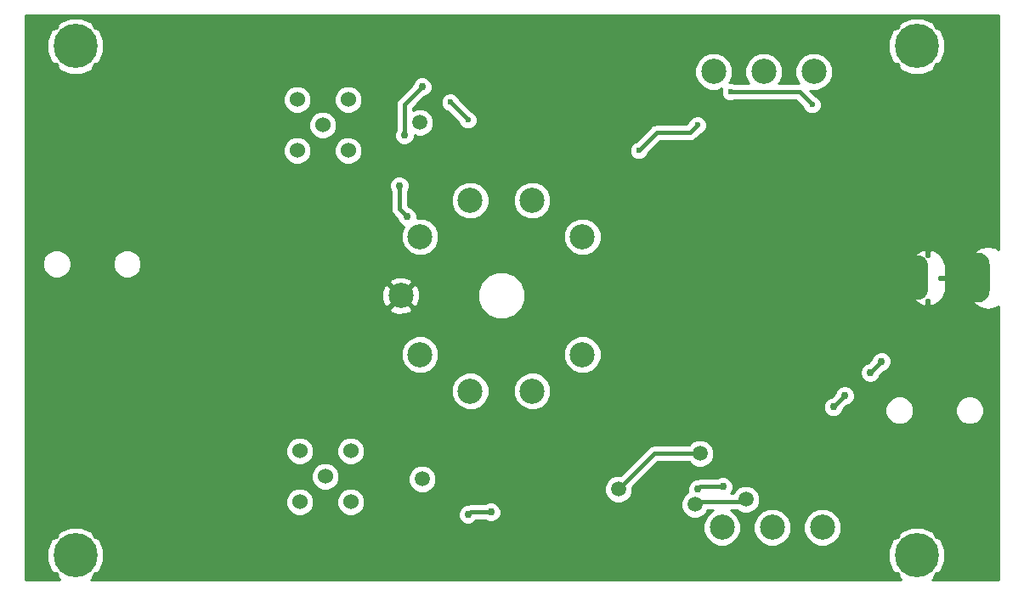
<source format=gbl>
G04 #@! TF.FileFunction,Copper,L2,Bot,Signal*
%FSLAX46Y46*%
G04 Gerber Fmt 4.6, Leading zero omitted, Abs format (unit mm)*
G04 Created by KiCad (PCBNEW 4.0.7-e2-6376~58~ubuntu16.04.1) date Sat Jul 28 00:22:21 2018*
%MOMM*%
%LPD*%
G01*
G04 APERTURE LIST*
%ADD10C,0.100000*%
%ADD11O,2.500000X5.000000*%
%ADD12O,2.250000X4.500000*%
%ADD13C,1.524000*%
%ADD14C,2.500000*%
%ADD15C,2.499360*%
%ADD16C,4.400000*%
%ADD17C,0.700000*%
%ADD18C,0.600000*%
%ADD19C,0.750000*%
%ADD20C,1.500000*%
%ADD21C,0.450000*%
%ADD22C,0.254000*%
G04 APERTURE END LIST*
D10*
D11*
X201580000Y-117094000D03*
D12*
X195580000Y-117094000D03*
D13*
X134112000Y-139446000D03*
X139192000Y-139446000D03*
X136652000Y-136906000D03*
X139192000Y-134366000D03*
X134112000Y-134366000D03*
X133858000Y-104394000D03*
X138938000Y-104394000D03*
X138938000Y-99314000D03*
X133858000Y-99314000D03*
X136398000Y-101854000D03*
D14*
X181182000Y-141986000D03*
X176182000Y-141986000D03*
X186182000Y-141986000D03*
X180340000Y-96520000D03*
X185340000Y-96520000D03*
X175340000Y-96520000D03*
D15*
X162267900Y-124749560D03*
X157264100Y-128381760D03*
X151091900Y-128381760D03*
X146088100Y-124749560D03*
X144178020Y-118872000D03*
X146088100Y-112994440D03*
X151091900Y-109362240D03*
X157264100Y-109362240D03*
X162267900Y-112994440D03*
D16*
X195580000Y-144780000D03*
D17*
X197230000Y-144780000D03*
X196746726Y-145946726D03*
X195580000Y-146430000D03*
X194413274Y-145946726D03*
X193930000Y-144780000D03*
X194413274Y-143613274D03*
X195580000Y-143130000D03*
X196746726Y-143613274D03*
D16*
X195580000Y-93980000D03*
D17*
X197230000Y-93980000D03*
X196746726Y-95146726D03*
X195580000Y-95630000D03*
X194413274Y-95146726D03*
X193930000Y-93980000D03*
X194413274Y-92813274D03*
X195580000Y-92330000D03*
X196746726Y-92813274D03*
D16*
X111760000Y-144780000D03*
D17*
X113410000Y-144780000D03*
X112926726Y-145946726D03*
X111760000Y-146430000D03*
X110593274Y-145946726D03*
X110110000Y-144780000D03*
X110593274Y-143613274D03*
X111760000Y-143130000D03*
X112926726Y-143613274D03*
D16*
X111760000Y-93980000D03*
D17*
X113410000Y-93980000D03*
X112926726Y-95146726D03*
X111760000Y-95630000D03*
X110593274Y-95146726D03*
X110110000Y-93980000D03*
X110593274Y-92813274D03*
X111760000Y-92330000D03*
X112926726Y-92813274D03*
D18*
X109220000Y-121920000D03*
X119380000Y-139700000D03*
D19*
X152400000Y-134874000D03*
X160020000Y-134112000D03*
X183896000Y-131826000D03*
X191008000Y-131318000D03*
X184912000Y-105918000D03*
X187960000Y-105410000D03*
X159258000Y-98044000D03*
X153162000Y-98044000D03*
X130810000Y-115570000D03*
X131572000Y-124460000D03*
X121158000Y-97536000D03*
X117348000Y-105664000D03*
X117348000Y-130810000D03*
D20*
X173990000Y-134620000D03*
X165862000Y-138176000D03*
D18*
X173736000Y-101854000D03*
X167894000Y-104394000D03*
X150876000Y-101346000D03*
X149098000Y-99568000D03*
X177038000Y-98552000D03*
X185166000Y-99822000D03*
D19*
X144780000Y-110998000D03*
X144018000Y-107912000D03*
X150876000Y-140716000D03*
X153162000Y-140462000D03*
X173736000Y-138176000D03*
X176276000Y-137922000D03*
X187267314Y-129978686D03*
X188398686Y-128847314D03*
X190950314Y-126549686D03*
X192081686Y-125418314D03*
X144526000Y-102870000D03*
X146304000Y-98044000D03*
D20*
X146304000Y-137160000D03*
X173482000Y-139700000D03*
X178562000Y-139192000D03*
X146050000Y-101600000D03*
D21*
X169418000Y-134620000D02*
X173990000Y-134620000D01*
X165862000Y-138176000D02*
X169418000Y-134620000D01*
X172974000Y-102616000D02*
X173736000Y-101854000D01*
X169672000Y-102616000D02*
X172974000Y-102616000D01*
X167894000Y-104394000D02*
X169672000Y-102616000D01*
X149098000Y-99568000D02*
X150876000Y-101346000D01*
X185166000Y-99822000D02*
X183896000Y-98552000D01*
X183896000Y-98552000D02*
X177038000Y-98552000D01*
X144018000Y-107912000D02*
X144018000Y-110236000D01*
X144018000Y-110236000D02*
X144780000Y-110998000D01*
X153162000Y-140462000D02*
X151130000Y-140462000D01*
X151130000Y-140462000D02*
X150876000Y-140716000D01*
X176276000Y-137922000D02*
X173990000Y-137922000D01*
X173990000Y-137922000D02*
X173736000Y-138176000D01*
X188398686Y-128847314D02*
X187267314Y-129978686D01*
X192081686Y-125418314D02*
X190950314Y-126549686D01*
X146304000Y-98044000D02*
X144526000Y-99822000D01*
X144526000Y-99822000D02*
X144526000Y-102870000D01*
X173736000Y-139446000D02*
X173482000Y-139700000D01*
X178308000Y-139446000D02*
X173736000Y-139446000D01*
X178562000Y-139192000D02*
X178308000Y-139446000D01*
D22*
G36*
X203708000Y-114237943D02*
X203413358Y-114041069D01*
X202692000Y-113897582D01*
X201970642Y-114041069D01*
X201359104Y-114449686D01*
X200950487Y-115061224D01*
X200807000Y-115782582D01*
X200807000Y-118405418D01*
X200950487Y-119126776D01*
X201359104Y-119738314D01*
X201970642Y-120146931D01*
X202692000Y-120290418D01*
X203413358Y-120146931D01*
X203708000Y-119950057D01*
X203708000Y-147193000D01*
X197169533Y-147193000D01*
X197174632Y-147190888D01*
X197419777Y-146799382D01*
X197353346Y-146732951D01*
X197533107Y-146553502D01*
X197599382Y-146619777D01*
X197990888Y-146374632D01*
X198417609Y-145330640D01*
X198412330Y-144202819D01*
X197990888Y-143185368D01*
X197599382Y-142940223D01*
X197532951Y-143006654D01*
X197353502Y-142826893D01*
X197419777Y-142760618D01*
X197174632Y-142369112D01*
X196130640Y-141942391D01*
X195002819Y-141947670D01*
X193985368Y-142369112D01*
X193740223Y-142760618D01*
X193806654Y-142827049D01*
X193626893Y-143006498D01*
X193560618Y-142940223D01*
X193169112Y-143185368D01*
X192742391Y-144229360D01*
X192747670Y-145357181D01*
X193169112Y-146374632D01*
X193560618Y-146619777D01*
X193627049Y-146553346D01*
X193806498Y-146733107D01*
X193740223Y-146799382D01*
X193985368Y-147190888D01*
X193990535Y-147193000D01*
X113349533Y-147193000D01*
X113354632Y-147190888D01*
X113599777Y-146799382D01*
X113533346Y-146732951D01*
X113713107Y-146553502D01*
X113779382Y-146619777D01*
X114170888Y-146374632D01*
X114597609Y-145330640D01*
X114592330Y-144202819D01*
X114170888Y-143185368D01*
X113779382Y-142940223D01*
X113712951Y-143006654D01*
X113533502Y-142826893D01*
X113599777Y-142760618D01*
X113354632Y-142369112D01*
X112310640Y-141942391D01*
X111182819Y-141947670D01*
X110165368Y-142369112D01*
X109920223Y-142760618D01*
X109986654Y-142827049D01*
X109806893Y-143006498D01*
X109740618Y-142940223D01*
X109349112Y-143185368D01*
X108922391Y-144229360D01*
X108927670Y-145357181D01*
X109349112Y-146374632D01*
X109740618Y-146619777D01*
X109807049Y-146553346D01*
X109986498Y-146733107D01*
X109920223Y-146799382D01*
X110165368Y-147190888D01*
X110170535Y-147193000D01*
X106807000Y-147193000D01*
X106807000Y-140916020D01*
X149865825Y-140916020D01*
X150019264Y-141287372D01*
X150303134Y-141571737D01*
X150674217Y-141725824D01*
X151076020Y-141726175D01*
X151447372Y-141572736D01*
X151698545Y-141322000D01*
X152599400Y-141322000D01*
X152960217Y-141471824D01*
X153362020Y-141472175D01*
X153733372Y-141318736D01*
X154017737Y-141034866D01*
X154171824Y-140663783D01*
X154172175Y-140261980D01*
X154053303Y-139974285D01*
X172096760Y-139974285D01*
X172307169Y-140483515D01*
X172696436Y-140873461D01*
X173205298Y-141084759D01*
X173756285Y-141085240D01*
X174265515Y-140874831D01*
X174655461Y-140485564D01*
X174730023Y-140306000D01*
X175311767Y-140306000D01*
X175115628Y-140387043D01*
X174584907Y-140916839D01*
X174297328Y-141609405D01*
X174296674Y-142359305D01*
X174583043Y-143052372D01*
X175112839Y-143583093D01*
X175805405Y-143870672D01*
X176555305Y-143871326D01*
X177248372Y-143584957D01*
X177779093Y-143055161D01*
X178066672Y-142362595D01*
X178066674Y-142359305D01*
X179296674Y-142359305D01*
X179583043Y-143052372D01*
X180112839Y-143583093D01*
X180805405Y-143870672D01*
X181555305Y-143871326D01*
X182248372Y-143584957D01*
X182779093Y-143055161D01*
X183066672Y-142362595D01*
X183066674Y-142359305D01*
X184296674Y-142359305D01*
X184583043Y-143052372D01*
X185112839Y-143583093D01*
X185805405Y-143870672D01*
X186555305Y-143871326D01*
X187248372Y-143584957D01*
X187779093Y-143055161D01*
X188066672Y-142362595D01*
X188067326Y-141612695D01*
X187780957Y-140919628D01*
X187251161Y-140388907D01*
X186558595Y-140101328D01*
X185808695Y-140100674D01*
X185115628Y-140387043D01*
X184584907Y-140916839D01*
X184297328Y-141609405D01*
X184296674Y-142359305D01*
X183066674Y-142359305D01*
X183067326Y-141612695D01*
X182780957Y-140919628D01*
X182251161Y-140388907D01*
X181558595Y-140101328D01*
X180808695Y-140100674D01*
X180115628Y-140387043D01*
X179584907Y-140916839D01*
X179297328Y-141609405D01*
X179296674Y-142359305D01*
X178066674Y-142359305D01*
X178067326Y-141612695D01*
X177780957Y-140919628D01*
X177251161Y-140388907D01*
X177051499Y-140306000D01*
X177717079Y-140306000D01*
X177776436Y-140365461D01*
X178285298Y-140576759D01*
X178836285Y-140577240D01*
X179345515Y-140366831D01*
X179735461Y-139977564D01*
X179946759Y-139468702D01*
X179947240Y-138917715D01*
X179736831Y-138408485D01*
X179347564Y-138018539D01*
X178838702Y-137807241D01*
X178287715Y-137806760D01*
X177778485Y-138017169D01*
X177388539Y-138406436D01*
X177313977Y-138586000D01*
X177040444Y-138586000D01*
X177131737Y-138494866D01*
X177285824Y-138123783D01*
X177286175Y-137721980D01*
X177132736Y-137350628D01*
X176848866Y-137066263D01*
X176477783Y-136912176D01*
X176075980Y-136911825D01*
X175712528Y-137062000D01*
X173990000Y-137062000D01*
X173660892Y-137127464D01*
X173603392Y-137165884D01*
X173535980Y-137165825D01*
X173164628Y-137319264D01*
X172880263Y-137603134D01*
X172726176Y-137974217D01*
X172725825Y-138376020D01*
X172774478Y-138493769D01*
X172698485Y-138525169D01*
X172308539Y-138914436D01*
X172097241Y-139423298D01*
X172096760Y-139974285D01*
X154053303Y-139974285D01*
X154018736Y-139890628D01*
X153734866Y-139606263D01*
X153363783Y-139452176D01*
X152961980Y-139451825D01*
X152598528Y-139602000D01*
X151130000Y-139602000D01*
X150800892Y-139667464D01*
X150743392Y-139705884D01*
X150675980Y-139705825D01*
X150304628Y-139859264D01*
X150020263Y-140143134D01*
X149866176Y-140514217D01*
X149865825Y-140916020D01*
X106807000Y-140916020D01*
X106807000Y-139722661D01*
X132714758Y-139722661D01*
X132926990Y-140236303D01*
X133319630Y-140629629D01*
X133832900Y-140842757D01*
X134388661Y-140843242D01*
X134902303Y-140631010D01*
X135295629Y-140238370D01*
X135508757Y-139725100D01*
X135508759Y-139722661D01*
X137794758Y-139722661D01*
X138006990Y-140236303D01*
X138399630Y-140629629D01*
X138912900Y-140842757D01*
X139468661Y-140843242D01*
X139982303Y-140631010D01*
X140375629Y-140238370D01*
X140588757Y-139725100D01*
X140589242Y-139169339D01*
X140377010Y-138655697D01*
X139984370Y-138262371D01*
X139471100Y-138049243D01*
X138915339Y-138048758D01*
X138401697Y-138260990D01*
X138008371Y-138653630D01*
X137795243Y-139166900D01*
X137794758Y-139722661D01*
X135508759Y-139722661D01*
X135509242Y-139169339D01*
X135297010Y-138655697D01*
X134904370Y-138262371D01*
X134391100Y-138049243D01*
X133835339Y-138048758D01*
X133321697Y-138260990D01*
X132928371Y-138653630D01*
X132715243Y-139166900D01*
X132714758Y-139722661D01*
X106807000Y-139722661D01*
X106807000Y-137182661D01*
X135254758Y-137182661D01*
X135466990Y-137696303D01*
X135859630Y-138089629D01*
X136372900Y-138302757D01*
X136928661Y-138303242D01*
X137442303Y-138091010D01*
X137835629Y-137698370D01*
X137945286Y-137434285D01*
X144918760Y-137434285D01*
X145129169Y-137943515D01*
X145518436Y-138333461D01*
X146027298Y-138544759D01*
X146578285Y-138545240D01*
X146808094Y-138450285D01*
X164476760Y-138450285D01*
X164687169Y-138959515D01*
X165076436Y-139349461D01*
X165585298Y-139560759D01*
X166136285Y-139561240D01*
X166645515Y-139350831D01*
X167035461Y-138961564D01*
X167246759Y-138452702D01*
X167247148Y-138007076D01*
X169774224Y-135480000D01*
X172891521Y-135480000D01*
X173204436Y-135793461D01*
X173713298Y-136004759D01*
X174264285Y-136005240D01*
X174773515Y-135794831D01*
X175163461Y-135405564D01*
X175374759Y-134896702D01*
X175375240Y-134345715D01*
X175164831Y-133836485D01*
X174775564Y-133446539D01*
X174266702Y-133235241D01*
X173715715Y-133234760D01*
X173206485Y-133445169D01*
X172891105Y-133760000D01*
X169418000Y-133760000D01*
X169088892Y-133825464D01*
X168809888Y-134011888D01*
X166030629Y-136791147D01*
X165587715Y-136790760D01*
X165078485Y-137001169D01*
X164688539Y-137390436D01*
X164477241Y-137899298D01*
X164476760Y-138450285D01*
X146808094Y-138450285D01*
X147087515Y-138334831D01*
X147477461Y-137945564D01*
X147688759Y-137436702D01*
X147689240Y-136885715D01*
X147478831Y-136376485D01*
X147089564Y-135986539D01*
X146580702Y-135775241D01*
X146029715Y-135774760D01*
X145520485Y-135985169D01*
X145130539Y-136374436D01*
X144919241Y-136883298D01*
X144918760Y-137434285D01*
X137945286Y-137434285D01*
X138048757Y-137185100D01*
X138049242Y-136629339D01*
X137837010Y-136115697D01*
X137444370Y-135722371D01*
X136931100Y-135509243D01*
X136375339Y-135508758D01*
X135861697Y-135720990D01*
X135468371Y-136113630D01*
X135255243Y-136626900D01*
X135254758Y-137182661D01*
X106807000Y-137182661D01*
X106807000Y-134642661D01*
X132714758Y-134642661D01*
X132926990Y-135156303D01*
X133319630Y-135549629D01*
X133832900Y-135762757D01*
X134388661Y-135763242D01*
X134902303Y-135551010D01*
X135295629Y-135158370D01*
X135508757Y-134645100D01*
X135508759Y-134642661D01*
X137794758Y-134642661D01*
X138006990Y-135156303D01*
X138399630Y-135549629D01*
X138912900Y-135762757D01*
X139468661Y-135763242D01*
X139982303Y-135551010D01*
X140375629Y-135158370D01*
X140588757Y-134645100D01*
X140589242Y-134089339D01*
X140377010Y-133575697D01*
X139984370Y-133182371D01*
X139471100Y-132969243D01*
X138915339Y-132968758D01*
X138401697Y-133180990D01*
X138008371Y-133573630D01*
X137795243Y-134086900D01*
X137794758Y-134642661D01*
X135508759Y-134642661D01*
X135509242Y-134089339D01*
X135297010Y-133575697D01*
X134904370Y-133182371D01*
X134391100Y-132969243D01*
X133835339Y-132968758D01*
X133321697Y-133180990D01*
X132928371Y-133573630D01*
X132715243Y-134086900D01*
X132714758Y-134642661D01*
X106807000Y-134642661D01*
X106807000Y-128755001D01*
X149206894Y-128755001D01*
X149493214Y-129447951D01*
X150022921Y-129978582D01*
X150715369Y-130266112D01*
X151465141Y-130266766D01*
X152158091Y-129980446D01*
X152688722Y-129450739D01*
X152976252Y-128758291D01*
X152976254Y-128755001D01*
X155379094Y-128755001D01*
X155665414Y-129447951D01*
X156195121Y-129978582D01*
X156887569Y-130266112D01*
X157637341Y-130266766D01*
X157850463Y-130178706D01*
X186257139Y-130178706D01*
X186410578Y-130550058D01*
X186694448Y-130834423D01*
X187065531Y-130988510D01*
X187467334Y-130988861D01*
X187838686Y-130835422D01*
X188088355Y-130586187D01*
X192422752Y-130586187D01*
X192640757Y-131113800D01*
X193044077Y-131517824D01*
X193571309Y-131736750D01*
X194142187Y-131737248D01*
X194669800Y-131519243D01*
X195073824Y-131115923D01*
X195292750Y-130588691D01*
X195292752Y-130586187D01*
X199422752Y-130586187D01*
X199640757Y-131113800D01*
X200044077Y-131517824D01*
X200571309Y-131736750D01*
X201142187Y-131737248D01*
X201669800Y-131519243D01*
X202073824Y-131115923D01*
X202292750Y-130588691D01*
X202293248Y-130017813D01*
X202075243Y-129490200D01*
X201671923Y-129086176D01*
X201144691Y-128867250D01*
X200573813Y-128866752D01*
X200046200Y-129084757D01*
X199642176Y-129488077D01*
X199423250Y-130015309D01*
X199422752Y-130586187D01*
X195292752Y-130586187D01*
X195293248Y-130017813D01*
X195075243Y-129490200D01*
X194671923Y-129086176D01*
X194144691Y-128867250D01*
X193573813Y-128866752D01*
X193046200Y-129084757D01*
X192642176Y-129488077D01*
X192423250Y-130015309D01*
X192422752Y-130586187D01*
X188088355Y-130586187D01*
X188123051Y-130551552D01*
X188273860Y-130188364D01*
X188608980Y-129853244D01*
X188970058Y-129704050D01*
X189254423Y-129420180D01*
X189408510Y-129049097D01*
X189408861Y-128647294D01*
X189255422Y-128275942D01*
X188971552Y-127991577D01*
X188600469Y-127837490D01*
X188198666Y-127837139D01*
X187827314Y-127990578D01*
X187542949Y-128274448D01*
X187392140Y-128637636D01*
X187057020Y-128972756D01*
X186695942Y-129121950D01*
X186411577Y-129405820D01*
X186257490Y-129776903D01*
X186257139Y-130178706D01*
X157850463Y-130178706D01*
X158330291Y-129980446D01*
X158860922Y-129450739D01*
X159148452Y-128758291D01*
X159149106Y-128008519D01*
X158862786Y-127315569D01*
X158333079Y-126784938D01*
X158248232Y-126749706D01*
X189940139Y-126749706D01*
X190093578Y-127121058D01*
X190377448Y-127405423D01*
X190748531Y-127559510D01*
X191150334Y-127559861D01*
X191521686Y-127406422D01*
X191806051Y-127122552D01*
X191956860Y-126759364D01*
X192291980Y-126424244D01*
X192653058Y-126275050D01*
X192937423Y-125991180D01*
X193091510Y-125620097D01*
X193091861Y-125218294D01*
X192938422Y-124846942D01*
X192654552Y-124562577D01*
X192283469Y-124408490D01*
X191881666Y-124408139D01*
X191510314Y-124561578D01*
X191225949Y-124845448D01*
X191075140Y-125208636D01*
X190740020Y-125543756D01*
X190378942Y-125692950D01*
X190094577Y-125976820D01*
X189940490Y-126347903D01*
X189940139Y-126749706D01*
X158248232Y-126749706D01*
X157640631Y-126497408D01*
X156890859Y-126496754D01*
X156197909Y-126783074D01*
X155667278Y-127312781D01*
X155379748Y-128005229D01*
X155379094Y-128755001D01*
X152976254Y-128755001D01*
X152976906Y-128008519D01*
X152690586Y-127315569D01*
X152160879Y-126784938D01*
X151468431Y-126497408D01*
X150718659Y-126496754D01*
X150025709Y-126783074D01*
X149495078Y-127312781D01*
X149207548Y-128005229D01*
X149206894Y-128755001D01*
X106807000Y-128755001D01*
X106807000Y-125122801D01*
X144203094Y-125122801D01*
X144489414Y-125815751D01*
X145019121Y-126346382D01*
X145711569Y-126633912D01*
X146461341Y-126634566D01*
X147154291Y-126348246D01*
X147684922Y-125818539D01*
X147972452Y-125126091D01*
X147972454Y-125122801D01*
X160382894Y-125122801D01*
X160669214Y-125815751D01*
X161198921Y-126346382D01*
X161891369Y-126633912D01*
X162641141Y-126634566D01*
X163334091Y-126348246D01*
X163864722Y-125818539D01*
X164152252Y-125126091D01*
X164152906Y-124376319D01*
X163866586Y-123683369D01*
X163336879Y-123152738D01*
X162644431Y-122865208D01*
X161894659Y-122864554D01*
X161201709Y-123150874D01*
X160671078Y-123680581D01*
X160383548Y-124373029D01*
X160382894Y-125122801D01*
X147972454Y-125122801D01*
X147973106Y-124376319D01*
X147686786Y-123683369D01*
X147157079Y-123152738D01*
X146464631Y-122865208D01*
X145714859Y-122864554D01*
X145021909Y-123150874D01*
X144491278Y-123680581D01*
X144203748Y-124373029D01*
X144203094Y-125122801D01*
X106807000Y-125122801D01*
X106807000Y-120205089D01*
X143024537Y-120205089D01*
X143153745Y-120497859D01*
X143853903Y-120766071D01*
X144603404Y-120745928D01*
X145202295Y-120497859D01*
X145331503Y-120205089D01*
X144178020Y-119051605D01*
X143024537Y-120205089D01*
X106807000Y-120205089D01*
X106807000Y-118547883D01*
X142283949Y-118547883D01*
X142304092Y-119297384D01*
X142552161Y-119896275D01*
X142844931Y-120025483D01*
X143998415Y-118872000D01*
X144357625Y-118872000D01*
X145511109Y-120025483D01*
X145803879Y-119896275D01*
X146015408Y-119344085D01*
X151793797Y-119344085D01*
X152155943Y-120220544D01*
X152825929Y-120891700D01*
X153701755Y-121255375D01*
X154650085Y-121256203D01*
X155526544Y-120894057D01*
X156197700Y-120224071D01*
X156561375Y-119348245D01*
X156562203Y-118399915D01*
X156200057Y-117523456D01*
X155530071Y-116852300D01*
X154654245Y-116488625D01*
X153705915Y-116487797D01*
X152829456Y-116849943D01*
X152158300Y-117519929D01*
X151794625Y-118395755D01*
X151793797Y-119344085D01*
X146015408Y-119344085D01*
X146072091Y-119196117D01*
X146051948Y-118446616D01*
X145803879Y-117847725D01*
X145511109Y-117718517D01*
X144357625Y-118872000D01*
X143998415Y-118872000D01*
X142844931Y-117718517D01*
X142552161Y-117847725D01*
X142283949Y-118547883D01*
X106807000Y-118547883D01*
X106807000Y-117538911D01*
X143024537Y-117538911D01*
X144178020Y-118692395D01*
X145331503Y-117538911D01*
X145202295Y-117246141D01*
X144502137Y-116977929D01*
X143752636Y-116998072D01*
X143153745Y-117246141D01*
X143024537Y-117538911D01*
X106807000Y-117538911D01*
X106807000Y-115989187D01*
X108474752Y-115989187D01*
X108692757Y-116516800D01*
X109096077Y-116920824D01*
X109623309Y-117139750D01*
X110194187Y-117140248D01*
X110721800Y-116922243D01*
X111125824Y-116518923D01*
X111344750Y-115991691D01*
X111344752Y-115989187D01*
X115474752Y-115989187D01*
X115692757Y-116516800D01*
X116096077Y-116920824D01*
X116623309Y-117139750D01*
X117194187Y-117140248D01*
X117721800Y-116922243D01*
X118125824Y-116518923D01*
X118344750Y-115991691D01*
X118344880Y-115842000D01*
X194932000Y-115842000D01*
X194932000Y-116967000D01*
X195556950Y-116967000D01*
X195556950Y-117221000D01*
X194932000Y-117221000D01*
X194932000Y-118346000D01*
X195114573Y-119009856D01*
X195537295Y-119553311D01*
X196135810Y-119893629D01*
X196291957Y-119932933D01*
X196565000Y-119815206D01*
X196565000Y-119229050D01*
X196819000Y-119229050D01*
X196819000Y-119815206D01*
X197092043Y-119932933D01*
X197248190Y-119893629D01*
X197846705Y-119553311D01*
X198269427Y-119009856D01*
X198452000Y-118346000D01*
X198452000Y-117221000D01*
X197827050Y-117221000D01*
X197827050Y-116967000D01*
X198452000Y-116967000D01*
X198452000Y-115842000D01*
X198269427Y-115178144D01*
X197846705Y-114634689D01*
X197248190Y-114294371D01*
X197092043Y-114255067D01*
X196819000Y-114372794D01*
X196819000Y-114958950D01*
X196565000Y-114958950D01*
X196565000Y-114372794D01*
X196291957Y-114255067D01*
X196135810Y-114294371D01*
X195537295Y-114634689D01*
X195114573Y-115178144D01*
X194932000Y-115842000D01*
X118344880Y-115842000D01*
X118345248Y-115420813D01*
X118127243Y-114893200D01*
X117723923Y-114489176D01*
X117196691Y-114270250D01*
X116625813Y-114269752D01*
X116098200Y-114487757D01*
X115694176Y-114891077D01*
X115475250Y-115418309D01*
X115474752Y-115989187D01*
X111344752Y-115989187D01*
X111345248Y-115420813D01*
X111127243Y-114893200D01*
X110723923Y-114489176D01*
X110196691Y-114270250D01*
X109625813Y-114269752D01*
X109098200Y-114487757D01*
X108694176Y-114891077D01*
X108475250Y-115418309D01*
X108474752Y-115989187D01*
X106807000Y-115989187D01*
X106807000Y-108112020D01*
X143007825Y-108112020D01*
X143158000Y-108475472D01*
X143158000Y-110236000D01*
X143223464Y-110565108D01*
X143292811Y-110668893D01*
X143409888Y-110844112D01*
X143774070Y-111208294D01*
X143923264Y-111569372D01*
X144207134Y-111853737D01*
X144474893Y-111964920D01*
X144203748Y-112617909D01*
X144203094Y-113367681D01*
X144489414Y-114060631D01*
X145019121Y-114591262D01*
X145711569Y-114878792D01*
X146461341Y-114879446D01*
X147154291Y-114593126D01*
X147684922Y-114063419D01*
X147972452Y-113370971D01*
X147972454Y-113367681D01*
X160382894Y-113367681D01*
X160669214Y-114060631D01*
X161198921Y-114591262D01*
X161891369Y-114878792D01*
X162641141Y-114879446D01*
X163334091Y-114593126D01*
X163864722Y-114063419D01*
X164152252Y-113370971D01*
X164152906Y-112621199D01*
X163866586Y-111928249D01*
X163336879Y-111397618D01*
X162644431Y-111110088D01*
X161894659Y-111109434D01*
X161201709Y-111395754D01*
X160671078Y-111925461D01*
X160383548Y-112617909D01*
X160382894Y-113367681D01*
X147972454Y-113367681D01*
X147973106Y-112621199D01*
X147686786Y-111928249D01*
X147157079Y-111397618D01*
X146464631Y-111110088D01*
X145789903Y-111109499D01*
X145790175Y-110797980D01*
X145636736Y-110426628D01*
X145352866Y-110142263D01*
X144989678Y-109991454D01*
X144878000Y-109879776D01*
X144878000Y-109735481D01*
X149206894Y-109735481D01*
X149493214Y-110428431D01*
X150022921Y-110959062D01*
X150715369Y-111246592D01*
X151465141Y-111247246D01*
X152158091Y-110960926D01*
X152688722Y-110431219D01*
X152976252Y-109738771D01*
X152976254Y-109735481D01*
X155379094Y-109735481D01*
X155665414Y-110428431D01*
X156195121Y-110959062D01*
X156887569Y-111246592D01*
X157637341Y-111247246D01*
X158330291Y-110960926D01*
X158860922Y-110431219D01*
X159148452Y-109738771D01*
X159149106Y-108988999D01*
X158862786Y-108296049D01*
X158333079Y-107765418D01*
X157640631Y-107477888D01*
X156890859Y-107477234D01*
X156197909Y-107763554D01*
X155667278Y-108293261D01*
X155379748Y-108985709D01*
X155379094Y-109735481D01*
X152976254Y-109735481D01*
X152976906Y-108988999D01*
X152690586Y-108296049D01*
X152160879Y-107765418D01*
X151468431Y-107477888D01*
X150718659Y-107477234D01*
X150025709Y-107763554D01*
X149495078Y-108293261D01*
X149207548Y-108985709D01*
X149206894Y-109735481D01*
X144878000Y-109735481D01*
X144878000Y-108474600D01*
X145027824Y-108113783D01*
X145028175Y-107711980D01*
X144874736Y-107340628D01*
X144590866Y-107056263D01*
X144219783Y-106902176D01*
X143817980Y-106901825D01*
X143446628Y-107055264D01*
X143162263Y-107339134D01*
X143008176Y-107710217D01*
X143007825Y-108112020D01*
X106807000Y-108112020D01*
X106807000Y-104670661D01*
X132460758Y-104670661D01*
X132672990Y-105184303D01*
X133065630Y-105577629D01*
X133578900Y-105790757D01*
X134134661Y-105791242D01*
X134648303Y-105579010D01*
X135041629Y-105186370D01*
X135254757Y-104673100D01*
X135254759Y-104670661D01*
X137540758Y-104670661D01*
X137752990Y-105184303D01*
X138145630Y-105577629D01*
X138658900Y-105790757D01*
X139214661Y-105791242D01*
X139728303Y-105579010D01*
X140121629Y-105186370D01*
X140334757Y-104673100D01*
X140334838Y-104579167D01*
X166958838Y-104579167D01*
X167100883Y-104922943D01*
X167363673Y-105186192D01*
X167707201Y-105328838D01*
X168079167Y-105329162D01*
X168422943Y-105187117D01*
X168686192Y-104924327D01*
X168761672Y-104742552D01*
X170028224Y-103476000D01*
X172974000Y-103476000D01*
X173303108Y-103410536D01*
X173582112Y-103224112D01*
X174084585Y-102721639D01*
X174264943Y-102647117D01*
X174528192Y-102384327D01*
X174670838Y-102040799D01*
X174671162Y-101668833D01*
X174529117Y-101325057D01*
X174266327Y-101061808D01*
X173922799Y-100919162D01*
X173550833Y-100918838D01*
X173207057Y-101060883D01*
X172943808Y-101323673D01*
X172868328Y-101505448D01*
X172617776Y-101756000D01*
X169672000Y-101756000D01*
X169342892Y-101821464D01*
X169144370Y-101954112D01*
X169063888Y-102007888D01*
X167545415Y-103526361D01*
X167365057Y-103600883D01*
X167101808Y-103863673D01*
X166959162Y-104207201D01*
X166958838Y-104579167D01*
X140334838Y-104579167D01*
X140335242Y-104117339D01*
X140123010Y-103603697D01*
X139730370Y-103210371D01*
X139392367Y-103070020D01*
X143515825Y-103070020D01*
X143669264Y-103441372D01*
X143953134Y-103725737D01*
X144324217Y-103879824D01*
X144726020Y-103880175D01*
X145097372Y-103726736D01*
X145381737Y-103442866D01*
X145535824Y-103071783D01*
X145535986Y-102886218D01*
X145773298Y-102984759D01*
X146324285Y-102985240D01*
X146833515Y-102774831D01*
X147223461Y-102385564D01*
X147434759Y-101876702D01*
X147435240Y-101325715D01*
X147224831Y-100816485D01*
X146835564Y-100426539D01*
X146326702Y-100215241D01*
X145775715Y-100214760D01*
X145386000Y-100375787D01*
X145386000Y-100178224D01*
X145811057Y-99753167D01*
X148162838Y-99753167D01*
X148304883Y-100096943D01*
X148567673Y-100360192D01*
X148749448Y-100435672D01*
X150008361Y-101694585D01*
X150082883Y-101874943D01*
X150345673Y-102138192D01*
X150689201Y-102280838D01*
X151061167Y-102281162D01*
X151404943Y-102139117D01*
X151668192Y-101876327D01*
X151810838Y-101532799D01*
X151811162Y-101160833D01*
X151669117Y-100817057D01*
X151406327Y-100553808D01*
X151224552Y-100478328D01*
X149965639Y-99219415D01*
X149891117Y-99039057D01*
X149628327Y-98775808D01*
X149284799Y-98633162D01*
X148912833Y-98632838D01*
X148569057Y-98774883D01*
X148305808Y-99037673D01*
X148163162Y-99381201D01*
X148162838Y-99753167D01*
X145811057Y-99753167D01*
X146514294Y-99049930D01*
X146875372Y-98900736D01*
X147159737Y-98616866D01*
X147313824Y-98245783D01*
X147314175Y-97843980D01*
X147160736Y-97472628D01*
X146876866Y-97188263D01*
X146505783Y-97034176D01*
X146103980Y-97033825D01*
X145732628Y-97187264D01*
X145448263Y-97471134D01*
X145297454Y-97834322D01*
X143917888Y-99213888D01*
X143731464Y-99492892D01*
X143666000Y-99822000D01*
X143666000Y-102307400D01*
X143516176Y-102668217D01*
X143515825Y-103070020D01*
X139392367Y-103070020D01*
X139217100Y-102997243D01*
X138661339Y-102996758D01*
X138147697Y-103208990D01*
X137754371Y-103601630D01*
X137541243Y-104114900D01*
X137540758Y-104670661D01*
X135254759Y-104670661D01*
X135255242Y-104117339D01*
X135043010Y-103603697D01*
X134650370Y-103210371D01*
X134137100Y-102997243D01*
X133581339Y-102996758D01*
X133067697Y-103208990D01*
X132674371Y-103601630D01*
X132461243Y-104114900D01*
X132460758Y-104670661D01*
X106807000Y-104670661D01*
X106807000Y-102130661D01*
X135000758Y-102130661D01*
X135212990Y-102644303D01*
X135605630Y-103037629D01*
X136118900Y-103250757D01*
X136674661Y-103251242D01*
X137188303Y-103039010D01*
X137581629Y-102646370D01*
X137794757Y-102133100D01*
X137795242Y-101577339D01*
X137583010Y-101063697D01*
X137190370Y-100670371D01*
X136677100Y-100457243D01*
X136121339Y-100456758D01*
X135607697Y-100668990D01*
X135214371Y-101061630D01*
X135001243Y-101574900D01*
X135000758Y-102130661D01*
X106807000Y-102130661D01*
X106807000Y-99590661D01*
X132460758Y-99590661D01*
X132672990Y-100104303D01*
X133065630Y-100497629D01*
X133578900Y-100710757D01*
X134134661Y-100711242D01*
X134648303Y-100499010D01*
X135041629Y-100106370D01*
X135254757Y-99593100D01*
X135254759Y-99590661D01*
X137540758Y-99590661D01*
X137752990Y-100104303D01*
X138145630Y-100497629D01*
X138658900Y-100710757D01*
X139214661Y-100711242D01*
X139728303Y-100499010D01*
X140121629Y-100106370D01*
X140334757Y-99593100D01*
X140335242Y-99037339D01*
X140123010Y-98523697D01*
X139730370Y-98130371D01*
X139217100Y-97917243D01*
X138661339Y-97916758D01*
X138147697Y-98128990D01*
X137754371Y-98521630D01*
X137541243Y-99034900D01*
X137540758Y-99590661D01*
X135254759Y-99590661D01*
X135255242Y-99037339D01*
X135043010Y-98523697D01*
X134650370Y-98130371D01*
X134137100Y-97917243D01*
X133581339Y-97916758D01*
X133067697Y-98128990D01*
X132674371Y-98521630D01*
X132461243Y-99034900D01*
X132460758Y-99590661D01*
X106807000Y-99590661D01*
X106807000Y-96893305D01*
X173454674Y-96893305D01*
X173741043Y-97586372D01*
X174270839Y-98117093D01*
X174963405Y-98404672D01*
X175713305Y-98405326D01*
X176163792Y-98219189D01*
X176103162Y-98365201D01*
X176102838Y-98737167D01*
X176244883Y-99080943D01*
X176507673Y-99344192D01*
X176851201Y-99486838D01*
X177223167Y-99487162D01*
X177405073Y-99412000D01*
X183539776Y-99412000D01*
X184298361Y-100170585D01*
X184372883Y-100350943D01*
X184635673Y-100614192D01*
X184979201Y-100756838D01*
X185351167Y-100757162D01*
X185694943Y-100615117D01*
X185958192Y-100352327D01*
X186100838Y-100008799D01*
X186101162Y-99636833D01*
X185959117Y-99293057D01*
X185696327Y-99029808D01*
X185514552Y-98954328D01*
X184964897Y-98404673D01*
X185713305Y-98405326D01*
X186406372Y-98118957D01*
X186937093Y-97589161D01*
X187224672Y-96896595D01*
X187225326Y-96146695D01*
X186938957Y-95453628D01*
X186409161Y-94922907D01*
X185716595Y-94635328D01*
X184966695Y-94634674D01*
X184273628Y-94921043D01*
X183742907Y-95450839D01*
X183455328Y-96143405D01*
X183454674Y-96893305D01*
X183741043Y-97586372D01*
X183846487Y-97692000D01*
X181834074Y-97692000D01*
X181937093Y-97589161D01*
X182224672Y-96896595D01*
X182225326Y-96146695D01*
X181938957Y-95453628D01*
X181409161Y-94922907D01*
X180716595Y-94635328D01*
X179966695Y-94634674D01*
X179273628Y-94921043D01*
X178742907Y-95450839D01*
X178455328Y-96143405D01*
X178454674Y-96893305D01*
X178741043Y-97586372D01*
X178846487Y-97692000D01*
X177405028Y-97692000D01*
X177224799Y-97617162D01*
X176909318Y-97616887D01*
X176937093Y-97589161D01*
X177224672Y-96896595D01*
X177225326Y-96146695D01*
X176938957Y-95453628D01*
X176409161Y-94922907D01*
X175716595Y-94635328D01*
X174966695Y-94634674D01*
X174273628Y-94921043D01*
X173742907Y-95450839D01*
X173455328Y-96143405D01*
X173454674Y-96893305D01*
X106807000Y-96893305D01*
X106807000Y-93429360D01*
X108922391Y-93429360D01*
X108927670Y-94557181D01*
X109349112Y-95574632D01*
X109740618Y-95819777D01*
X109807049Y-95753346D01*
X109986498Y-95933107D01*
X109920223Y-95999382D01*
X110165368Y-96390888D01*
X111209360Y-96817609D01*
X112337181Y-96812330D01*
X113354632Y-96390888D01*
X113599777Y-95999382D01*
X113533346Y-95932951D01*
X113713107Y-95753502D01*
X113779382Y-95819777D01*
X114170888Y-95574632D01*
X114597609Y-94530640D01*
X114592455Y-93429360D01*
X192742391Y-93429360D01*
X192747670Y-94557181D01*
X193169112Y-95574632D01*
X193560618Y-95819777D01*
X193627049Y-95753346D01*
X193806498Y-95933107D01*
X193740223Y-95999382D01*
X193985368Y-96390888D01*
X195029360Y-96817609D01*
X196157181Y-96812330D01*
X197174632Y-96390888D01*
X197419777Y-95999382D01*
X197353346Y-95932951D01*
X197533107Y-95753502D01*
X197599382Y-95819777D01*
X197990888Y-95574632D01*
X198417609Y-94530640D01*
X198412330Y-93402819D01*
X197990888Y-92385368D01*
X197599382Y-92140223D01*
X197532951Y-92206654D01*
X197353502Y-92026893D01*
X197419777Y-91960618D01*
X197174632Y-91569112D01*
X196130640Y-91142391D01*
X195002819Y-91147670D01*
X193985368Y-91569112D01*
X193740223Y-91960618D01*
X193806654Y-92027049D01*
X193626893Y-92206498D01*
X193560618Y-92140223D01*
X193169112Y-92385368D01*
X192742391Y-93429360D01*
X114592455Y-93429360D01*
X114592330Y-93402819D01*
X114170888Y-92385368D01*
X113779382Y-92140223D01*
X113712951Y-92206654D01*
X113533502Y-92026893D01*
X113599777Y-91960618D01*
X113354632Y-91569112D01*
X112310640Y-91142391D01*
X111182819Y-91147670D01*
X110165368Y-91569112D01*
X109920223Y-91960618D01*
X109986654Y-92027049D01*
X109806893Y-92206498D01*
X109740618Y-92140223D01*
X109349112Y-92385368D01*
X108922391Y-93429360D01*
X106807000Y-93429360D01*
X106807000Y-90932000D01*
X203708000Y-90932000D01*
X203708000Y-114237943D01*
X203708000Y-114237943D01*
G37*
X203708000Y-114237943D02*
X203413358Y-114041069D01*
X202692000Y-113897582D01*
X201970642Y-114041069D01*
X201359104Y-114449686D01*
X200950487Y-115061224D01*
X200807000Y-115782582D01*
X200807000Y-118405418D01*
X200950487Y-119126776D01*
X201359104Y-119738314D01*
X201970642Y-120146931D01*
X202692000Y-120290418D01*
X203413358Y-120146931D01*
X203708000Y-119950057D01*
X203708000Y-147193000D01*
X197169533Y-147193000D01*
X197174632Y-147190888D01*
X197419777Y-146799382D01*
X197353346Y-146732951D01*
X197533107Y-146553502D01*
X197599382Y-146619777D01*
X197990888Y-146374632D01*
X198417609Y-145330640D01*
X198412330Y-144202819D01*
X197990888Y-143185368D01*
X197599382Y-142940223D01*
X197532951Y-143006654D01*
X197353502Y-142826893D01*
X197419777Y-142760618D01*
X197174632Y-142369112D01*
X196130640Y-141942391D01*
X195002819Y-141947670D01*
X193985368Y-142369112D01*
X193740223Y-142760618D01*
X193806654Y-142827049D01*
X193626893Y-143006498D01*
X193560618Y-142940223D01*
X193169112Y-143185368D01*
X192742391Y-144229360D01*
X192747670Y-145357181D01*
X193169112Y-146374632D01*
X193560618Y-146619777D01*
X193627049Y-146553346D01*
X193806498Y-146733107D01*
X193740223Y-146799382D01*
X193985368Y-147190888D01*
X193990535Y-147193000D01*
X113349533Y-147193000D01*
X113354632Y-147190888D01*
X113599777Y-146799382D01*
X113533346Y-146732951D01*
X113713107Y-146553502D01*
X113779382Y-146619777D01*
X114170888Y-146374632D01*
X114597609Y-145330640D01*
X114592330Y-144202819D01*
X114170888Y-143185368D01*
X113779382Y-142940223D01*
X113712951Y-143006654D01*
X113533502Y-142826893D01*
X113599777Y-142760618D01*
X113354632Y-142369112D01*
X112310640Y-141942391D01*
X111182819Y-141947670D01*
X110165368Y-142369112D01*
X109920223Y-142760618D01*
X109986654Y-142827049D01*
X109806893Y-143006498D01*
X109740618Y-142940223D01*
X109349112Y-143185368D01*
X108922391Y-144229360D01*
X108927670Y-145357181D01*
X109349112Y-146374632D01*
X109740618Y-146619777D01*
X109807049Y-146553346D01*
X109986498Y-146733107D01*
X109920223Y-146799382D01*
X110165368Y-147190888D01*
X110170535Y-147193000D01*
X106807000Y-147193000D01*
X106807000Y-140916020D01*
X149865825Y-140916020D01*
X150019264Y-141287372D01*
X150303134Y-141571737D01*
X150674217Y-141725824D01*
X151076020Y-141726175D01*
X151447372Y-141572736D01*
X151698545Y-141322000D01*
X152599400Y-141322000D01*
X152960217Y-141471824D01*
X153362020Y-141472175D01*
X153733372Y-141318736D01*
X154017737Y-141034866D01*
X154171824Y-140663783D01*
X154172175Y-140261980D01*
X154053303Y-139974285D01*
X172096760Y-139974285D01*
X172307169Y-140483515D01*
X172696436Y-140873461D01*
X173205298Y-141084759D01*
X173756285Y-141085240D01*
X174265515Y-140874831D01*
X174655461Y-140485564D01*
X174730023Y-140306000D01*
X175311767Y-140306000D01*
X175115628Y-140387043D01*
X174584907Y-140916839D01*
X174297328Y-141609405D01*
X174296674Y-142359305D01*
X174583043Y-143052372D01*
X175112839Y-143583093D01*
X175805405Y-143870672D01*
X176555305Y-143871326D01*
X177248372Y-143584957D01*
X177779093Y-143055161D01*
X178066672Y-142362595D01*
X178066674Y-142359305D01*
X179296674Y-142359305D01*
X179583043Y-143052372D01*
X180112839Y-143583093D01*
X180805405Y-143870672D01*
X181555305Y-143871326D01*
X182248372Y-143584957D01*
X182779093Y-143055161D01*
X183066672Y-142362595D01*
X183066674Y-142359305D01*
X184296674Y-142359305D01*
X184583043Y-143052372D01*
X185112839Y-143583093D01*
X185805405Y-143870672D01*
X186555305Y-143871326D01*
X187248372Y-143584957D01*
X187779093Y-143055161D01*
X188066672Y-142362595D01*
X188067326Y-141612695D01*
X187780957Y-140919628D01*
X187251161Y-140388907D01*
X186558595Y-140101328D01*
X185808695Y-140100674D01*
X185115628Y-140387043D01*
X184584907Y-140916839D01*
X184297328Y-141609405D01*
X184296674Y-142359305D01*
X183066674Y-142359305D01*
X183067326Y-141612695D01*
X182780957Y-140919628D01*
X182251161Y-140388907D01*
X181558595Y-140101328D01*
X180808695Y-140100674D01*
X180115628Y-140387043D01*
X179584907Y-140916839D01*
X179297328Y-141609405D01*
X179296674Y-142359305D01*
X178066674Y-142359305D01*
X178067326Y-141612695D01*
X177780957Y-140919628D01*
X177251161Y-140388907D01*
X177051499Y-140306000D01*
X177717079Y-140306000D01*
X177776436Y-140365461D01*
X178285298Y-140576759D01*
X178836285Y-140577240D01*
X179345515Y-140366831D01*
X179735461Y-139977564D01*
X179946759Y-139468702D01*
X179947240Y-138917715D01*
X179736831Y-138408485D01*
X179347564Y-138018539D01*
X178838702Y-137807241D01*
X178287715Y-137806760D01*
X177778485Y-138017169D01*
X177388539Y-138406436D01*
X177313977Y-138586000D01*
X177040444Y-138586000D01*
X177131737Y-138494866D01*
X177285824Y-138123783D01*
X177286175Y-137721980D01*
X177132736Y-137350628D01*
X176848866Y-137066263D01*
X176477783Y-136912176D01*
X176075980Y-136911825D01*
X175712528Y-137062000D01*
X173990000Y-137062000D01*
X173660892Y-137127464D01*
X173603392Y-137165884D01*
X173535980Y-137165825D01*
X173164628Y-137319264D01*
X172880263Y-137603134D01*
X172726176Y-137974217D01*
X172725825Y-138376020D01*
X172774478Y-138493769D01*
X172698485Y-138525169D01*
X172308539Y-138914436D01*
X172097241Y-139423298D01*
X172096760Y-139974285D01*
X154053303Y-139974285D01*
X154018736Y-139890628D01*
X153734866Y-139606263D01*
X153363783Y-139452176D01*
X152961980Y-139451825D01*
X152598528Y-139602000D01*
X151130000Y-139602000D01*
X150800892Y-139667464D01*
X150743392Y-139705884D01*
X150675980Y-139705825D01*
X150304628Y-139859264D01*
X150020263Y-140143134D01*
X149866176Y-140514217D01*
X149865825Y-140916020D01*
X106807000Y-140916020D01*
X106807000Y-139722661D01*
X132714758Y-139722661D01*
X132926990Y-140236303D01*
X133319630Y-140629629D01*
X133832900Y-140842757D01*
X134388661Y-140843242D01*
X134902303Y-140631010D01*
X135295629Y-140238370D01*
X135508757Y-139725100D01*
X135508759Y-139722661D01*
X137794758Y-139722661D01*
X138006990Y-140236303D01*
X138399630Y-140629629D01*
X138912900Y-140842757D01*
X139468661Y-140843242D01*
X139982303Y-140631010D01*
X140375629Y-140238370D01*
X140588757Y-139725100D01*
X140589242Y-139169339D01*
X140377010Y-138655697D01*
X139984370Y-138262371D01*
X139471100Y-138049243D01*
X138915339Y-138048758D01*
X138401697Y-138260990D01*
X138008371Y-138653630D01*
X137795243Y-139166900D01*
X137794758Y-139722661D01*
X135508759Y-139722661D01*
X135509242Y-139169339D01*
X135297010Y-138655697D01*
X134904370Y-138262371D01*
X134391100Y-138049243D01*
X133835339Y-138048758D01*
X133321697Y-138260990D01*
X132928371Y-138653630D01*
X132715243Y-139166900D01*
X132714758Y-139722661D01*
X106807000Y-139722661D01*
X106807000Y-137182661D01*
X135254758Y-137182661D01*
X135466990Y-137696303D01*
X135859630Y-138089629D01*
X136372900Y-138302757D01*
X136928661Y-138303242D01*
X137442303Y-138091010D01*
X137835629Y-137698370D01*
X137945286Y-137434285D01*
X144918760Y-137434285D01*
X145129169Y-137943515D01*
X145518436Y-138333461D01*
X146027298Y-138544759D01*
X146578285Y-138545240D01*
X146808094Y-138450285D01*
X164476760Y-138450285D01*
X164687169Y-138959515D01*
X165076436Y-139349461D01*
X165585298Y-139560759D01*
X166136285Y-139561240D01*
X166645515Y-139350831D01*
X167035461Y-138961564D01*
X167246759Y-138452702D01*
X167247148Y-138007076D01*
X169774224Y-135480000D01*
X172891521Y-135480000D01*
X173204436Y-135793461D01*
X173713298Y-136004759D01*
X174264285Y-136005240D01*
X174773515Y-135794831D01*
X175163461Y-135405564D01*
X175374759Y-134896702D01*
X175375240Y-134345715D01*
X175164831Y-133836485D01*
X174775564Y-133446539D01*
X174266702Y-133235241D01*
X173715715Y-133234760D01*
X173206485Y-133445169D01*
X172891105Y-133760000D01*
X169418000Y-133760000D01*
X169088892Y-133825464D01*
X168809888Y-134011888D01*
X166030629Y-136791147D01*
X165587715Y-136790760D01*
X165078485Y-137001169D01*
X164688539Y-137390436D01*
X164477241Y-137899298D01*
X164476760Y-138450285D01*
X146808094Y-138450285D01*
X147087515Y-138334831D01*
X147477461Y-137945564D01*
X147688759Y-137436702D01*
X147689240Y-136885715D01*
X147478831Y-136376485D01*
X147089564Y-135986539D01*
X146580702Y-135775241D01*
X146029715Y-135774760D01*
X145520485Y-135985169D01*
X145130539Y-136374436D01*
X144919241Y-136883298D01*
X144918760Y-137434285D01*
X137945286Y-137434285D01*
X138048757Y-137185100D01*
X138049242Y-136629339D01*
X137837010Y-136115697D01*
X137444370Y-135722371D01*
X136931100Y-135509243D01*
X136375339Y-135508758D01*
X135861697Y-135720990D01*
X135468371Y-136113630D01*
X135255243Y-136626900D01*
X135254758Y-137182661D01*
X106807000Y-137182661D01*
X106807000Y-134642661D01*
X132714758Y-134642661D01*
X132926990Y-135156303D01*
X133319630Y-135549629D01*
X133832900Y-135762757D01*
X134388661Y-135763242D01*
X134902303Y-135551010D01*
X135295629Y-135158370D01*
X135508757Y-134645100D01*
X135508759Y-134642661D01*
X137794758Y-134642661D01*
X138006990Y-135156303D01*
X138399630Y-135549629D01*
X138912900Y-135762757D01*
X139468661Y-135763242D01*
X139982303Y-135551010D01*
X140375629Y-135158370D01*
X140588757Y-134645100D01*
X140589242Y-134089339D01*
X140377010Y-133575697D01*
X139984370Y-133182371D01*
X139471100Y-132969243D01*
X138915339Y-132968758D01*
X138401697Y-133180990D01*
X138008371Y-133573630D01*
X137795243Y-134086900D01*
X137794758Y-134642661D01*
X135508759Y-134642661D01*
X135509242Y-134089339D01*
X135297010Y-133575697D01*
X134904370Y-133182371D01*
X134391100Y-132969243D01*
X133835339Y-132968758D01*
X133321697Y-133180990D01*
X132928371Y-133573630D01*
X132715243Y-134086900D01*
X132714758Y-134642661D01*
X106807000Y-134642661D01*
X106807000Y-128755001D01*
X149206894Y-128755001D01*
X149493214Y-129447951D01*
X150022921Y-129978582D01*
X150715369Y-130266112D01*
X151465141Y-130266766D01*
X152158091Y-129980446D01*
X152688722Y-129450739D01*
X152976252Y-128758291D01*
X152976254Y-128755001D01*
X155379094Y-128755001D01*
X155665414Y-129447951D01*
X156195121Y-129978582D01*
X156887569Y-130266112D01*
X157637341Y-130266766D01*
X157850463Y-130178706D01*
X186257139Y-130178706D01*
X186410578Y-130550058D01*
X186694448Y-130834423D01*
X187065531Y-130988510D01*
X187467334Y-130988861D01*
X187838686Y-130835422D01*
X188088355Y-130586187D01*
X192422752Y-130586187D01*
X192640757Y-131113800D01*
X193044077Y-131517824D01*
X193571309Y-131736750D01*
X194142187Y-131737248D01*
X194669800Y-131519243D01*
X195073824Y-131115923D01*
X195292750Y-130588691D01*
X195292752Y-130586187D01*
X199422752Y-130586187D01*
X199640757Y-131113800D01*
X200044077Y-131517824D01*
X200571309Y-131736750D01*
X201142187Y-131737248D01*
X201669800Y-131519243D01*
X202073824Y-131115923D01*
X202292750Y-130588691D01*
X202293248Y-130017813D01*
X202075243Y-129490200D01*
X201671923Y-129086176D01*
X201144691Y-128867250D01*
X200573813Y-128866752D01*
X200046200Y-129084757D01*
X199642176Y-129488077D01*
X199423250Y-130015309D01*
X199422752Y-130586187D01*
X195292752Y-130586187D01*
X195293248Y-130017813D01*
X195075243Y-129490200D01*
X194671923Y-129086176D01*
X194144691Y-128867250D01*
X193573813Y-128866752D01*
X193046200Y-129084757D01*
X192642176Y-129488077D01*
X192423250Y-130015309D01*
X192422752Y-130586187D01*
X188088355Y-130586187D01*
X188123051Y-130551552D01*
X188273860Y-130188364D01*
X188608980Y-129853244D01*
X188970058Y-129704050D01*
X189254423Y-129420180D01*
X189408510Y-129049097D01*
X189408861Y-128647294D01*
X189255422Y-128275942D01*
X188971552Y-127991577D01*
X188600469Y-127837490D01*
X188198666Y-127837139D01*
X187827314Y-127990578D01*
X187542949Y-128274448D01*
X187392140Y-128637636D01*
X187057020Y-128972756D01*
X186695942Y-129121950D01*
X186411577Y-129405820D01*
X186257490Y-129776903D01*
X186257139Y-130178706D01*
X157850463Y-130178706D01*
X158330291Y-129980446D01*
X158860922Y-129450739D01*
X159148452Y-128758291D01*
X159149106Y-128008519D01*
X158862786Y-127315569D01*
X158333079Y-126784938D01*
X158248232Y-126749706D01*
X189940139Y-126749706D01*
X190093578Y-127121058D01*
X190377448Y-127405423D01*
X190748531Y-127559510D01*
X191150334Y-127559861D01*
X191521686Y-127406422D01*
X191806051Y-127122552D01*
X191956860Y-126759364D01*
X192291980Y-126424244D01*
X192653058Y-126275050D01*
X192937423Y-125991180D01*
X193091510Y-125620097D01*
X193091861Y-125218294D01*
X192938422Y-124846942D01*
X192654552Y-124562577D01*
X192283469Y-124408490D01*
X191881666Y-124408139D01*
X191510314Y-124561578D01*
X191225949Y-124845448D01*
X191075140Y-125208636D01*
X190740020Y-125543756D01*
X190378942Y-125692950D01*
X190094577Y-125976820D01*
X189940490Y-126347903D01*
X189940139Y-126749706D01*
X158248232Y-126749706D01*
X157640631Y-126497408D01*
X156890859Y-126496754D01*
X156197909Y-126783074D01*
X155667278Y-127312781D01*
X155379748Y-128005229D01*
X155379094Y-128755001D01*
X152976254Y-128755001D01*
X152976906Y-128008519D01*
X152690586Y-127315569D01*
X152160879Y-126784938D01*
X151468431Y-126497408D01*
X150718659Y-126496754D01*
X150025709Y-126783074D01*
X149495078Y-127312781D01*
X149207548Y-128005229D01*
X149206894Y-128755001D01*
X106807000Y-128755001D01*
X106807000Y-125122801D01*
X144203094Y-125122801D01*
X144489414Y-125815751D01*
X145019121Y-126346382D01*
X145711569Y-126633912D01*
X146461341Y-126634566D01*
X147154291Y-126348246D01*
X147684922Y-125818539D01*
X147972452Y-125126091D01*
X147972454Y-125122801D01*
X160382894Y-125122801D01*
X160669214Y-125815751D01*
X161198921Y-126346382D01*
X161891369Y-126633912D01*
X162641141Y-126634566D01*
X163334091Y-126348246D01*
X163864722Y-125818539D01*
X164152252Y-125126091D01*
X164152906Y-124376319D01*
X163866586Y-123683369D01*
X163336879Y-123152738D01*
X162644431Y-122865208D01*
X161894659Y-122864554D01*
X161201709Y-123150874D01*
X160671078Y-123680581D01*
X160383548Y-124373029D01*
X160382894Y-125122801D01*
X147972454Y-125122801D01*
X147973106Y-124376319D01*
X147686786Y-123683369D01*
X147157079Y-123152738D01*
X146464631Y-122865208D01*
X145714859Y-122864554D01*
X145021909Y-123150874D01*
X144491278Y-123680581D01*
X144203748Y-124373029D01*
X144203094Y-125122801D01*
X106807000Y-125122801D01*
X106807000Y-120205089D01*
X143024537Y-120205089D01*
X143153745Y-120497859D01*
X143853903Y-120766071D01*
X144603404Y-120745928D01*
X145202295Y-120497859D01*
X145331503Y-120205089D01*
X144178020Y-119051605D01*
X143024537Y-120205089D01*
X106807000Y-120205089D01*
X106807000Y-118547883D01*
X142283949Y-118547883D01*
X142304092Y-119297384D01*
X142552161Y-119896275D01*
X142844931Y-120025483D01*
X143998415Y-118872000D01*
X144357625Y-118872000D01*
X145511109Y-120025483D01*
X145803879Y-119896275D01*
X146015408Y-119344085D01*
X151793797Y-119344085D01*
X152155943Y-120220544D01*
X152825929Y-120891700D01*
X153701755Y-121255375D01*
X154650085Y-121256203D01*
X155526544Y-120894057D01*
X156197700Y-120224071D01*
X156561375Y-119348245D01*
X156562203Y-118399915D01*
X156200057Y-117523456D01*
X155530071Y-116852300D01*
X154654245Y-116488625D01*
X153705915Y-116487797D01*
X152829456Y-116849943D01*
X152158300Y-117519929D01*
X151794625Y-118395755D01*
X151793797Y-119344085D01*
X146015408Y-119344085D01*
X146072091Y-119196117D01*
X146051948Y-118446616D01*
X145803879Y-117847725D01*
X145511109Y-117718517D01*
X144357625Y-118872000D01*
X143998415Y-118872000D01*
X142844931Y-117718517D01*
X142552161Y-117847725D01*
X142283949Y-118547883D01*
X106807000Y-118547883D01*
X106807000Y-117538911D01*
X143024537Y-117538911D01*
X144178020Y-118692395D01*
X145331503Y-117538911D01*
X145202295Y-117246141D01*
X144502137Y-116977929D01*
X143752636Y-116998072D01*
X143153745Y-117246141D01*
X143024537Y-117538911D01*
X106807000Y-117538911D01*
X106807000Y-115989187D01*
X108474752Y-115989187D01*
X108692757Y-116516800D01*
X109096077Y-116920824D01*
X109623309Y-117139750D01*
X110194187Y-117140248D01*
X110721800Y-116922243D01*
X111125824Y-116518923D01*
X111344750Y-115991691D01*
X111344752Y-115989187D01*
X115474752Y-115989187D01*
X115692757Y-116516800D01*
X116096077Y-116920824D01*
X116623309Y-117139750D01*
X117194187Y-117140248D01*
X117721800Y-116922243D01*
X118125824Y-116518923D01*
X118344750Y-115991691D01*
X118344880Y-115842000D01*
X194932000Y-115842000D01*
X194932000Y-116967000D01*
X195556950Y-116967000D01*
X195556950Y-117221000D01*
X194932000Y-117221000D01*
X194932000Y-118346000D01*
X195114573Y-119009856D01*
X195537295Y-119553311D01*
X196135810Y-119893629D01*
X196291957Y-119932933D01*
X196565000Y-119815206D01*
X196565000Y-119229050D01*
X196819000Y-119229050D01*
X196819000Y-119815206D01*
X197092043Y-119932933D01*
X197248190Y-119893629D01*
X197846705Y-119553311D01*
X198269427Y-119009856D01*
X198452000Y-118346000D01*
X198452000Y-117221000D01*
X197827050Y-117221000D01*
X197827050Y-116967000D01*
X198452000Y-116967000D01*
X198452000Y-115842000D01*
X198269427Y-115178144D01*
X197846705Y-114634689D01*
X197248190Y-114294371D01*
X197092043Y-114255067D01*
X196819000Y-114372794D01*
X196819000Y-114958950D01*
X196565000Y-114958950D01*
X196565000Y-114372794D01*
X196291957Y-114255067D01*
X196135810Y-114294371D01*
X195537295Y-114634689D01*
X195114573Y-115178144D01*
X194932000Y-115842000D01*
X118344880Y-115842000D01*
X118345248Y-115420813D01*
X118127243Y-114893200D01*
X117723923Y-114489176D01*
X117196691Y-114270250D01*
X116625813Y-114269752D01*
X116098200Y-114487757D01*
X115694176Y-114891077D01*
X115475250Y-115418309D01*
X115474752Y-115989187D01*
X111344752Y-115989187D01*
X111345248Y-115420813D01*
X111127243Y-114893200D01*
X110723923Y-114489176D01*
X110196691Y-114270250D01*
X109625813Y-114269752D01*
X109098200Y-114487757D01*
X108694176Y-114891077D01*
X108475250Y-115418309D01*
X108474752Y-115989187D01*
X106807000Y-115989187D01*
X106807000Y-108112020D01*
X143007825Y-108112020D01*
X143158000Y-108475472D01*
X143158000Y-110236000D01*
X143223464Y-110565108D01*
X143292811Y-110668893D01*
X143409888Y-110844112D01*
X143774070Y-111208294D01*
X143923264Y-111569372D01*
X144207134Y-111853737D01*
X144474893Y-111964920D01*
X144203748Y-112617909D01*
X144203094Y-113367681D01*
X144489414Y-114060631D01*
X145019121Y-114591262D01*
X145711569Y-114878792D01*
X146461341Y-114879446D01*
X147154291Y-114593126D01*
X147684922Y-114063419D01*
X147972452Y-113370971D01*
X147972454Y-113367681D01*
X160382894Y-113367681D01*
X160669214Y-114060631D01*
X161198921Y-114591262D01*
X161891369Y-114878792D01*
X162641141Y-114879446D01*
X163334091Y-114593126D01*
X163864722Y-114063419D01*
X164152252Y-113370971D01*
X164152906Y-112621199D01*
X163866586Y-111928249D01*
X163336879Y-111397618D01*
X162644431Y-111110088D01*
X161894659Y-111109434D01*
X161201709Y-111395754D01*
X160671078Y-111925461D01*
X160383548Y-112617909D01*
X160382894Y-113367681D01*
X147972454Y-113367681D01*
X147973106Y-112621199D01*
X147686786Y-111928249D01*
X147157079Y-111397618D01*
X146464631Y-111110088D01*
X145789903Y-111109499D01*
X145790175Y-110797980D01*
X145636736Y-110426628D01*
X145352866Y-110142263D01*
X144989678Y-109991454D01*
X144878000Y-109879776D01*
X144878000Y-109735481D01*
X149206894Y-109735481D01*
X149493214Y-110428431D01*
X150022921Y-110959062D01*
X150715369Y-111246592D01*
X151465141Y-111247246D01*
X152158091Y-110960926D01*
X152688722Y-110431219D01*
X152976252Y-109738771D01*
X152976254Y-109735481D01*
X155379094Y-109735481D01*
X155665414Y-110428431D01*
X156195121Y-110959062D01*
X156887569Y-111246592D01*
X157637341Y-111247246D01*
X158330291Y-110960926D01*
X158860922Y-110431219D01*
X159148452Y-109738771D01*
X159149106Y-108988999D01*
X158862786Y-108296049D01*
X158333079Y-107765418D01*
X157640631Y-107477888D01*
X156890859Y-107477234D01*
X156197909Y-107763554D01*
X155667278Y-108293261D01*
X155379748Y-108985709D01*
X155379094Y-109735481D01*
X152976254Y-109735481D01*
X152976906Y-108988999D01*
X152690586Y-108296049D01*
X152160879Y-107765418D01*
X151468431Y-107477888D01*
X150718659Y-107477234D01*
X150025709Y-107763554D01*
X149495078Y-108293261D01*
X149207548Y-108985709D01*
X149206894Y-109735481D01*
X144878000Y-109735481D01*
X144878000Y-108474600D01*
X145027824Y-108113783D01*
X145028175Y-107711980D01*
X144874736Y-107340628D01*
X144590866Y-107056263D01*
X144219783Y-106902176D01*
X143817980Y-106901825D01*
X143446628Y-107055264D01*
X143162263Y-107339134D01*
X143008176Y-107710217D01*
X143007825Y-108112020D01*
X106807000Y-108112020D01*
X106807000Y-104670661D01*
X132460758Y-104670661D01*
X132672990Y-105184303D01*
X133065630Y-105577629D01*
X133578900Y-105790757D01*
X134134661Y-105791242D01*
X134648303Y-105579010D01*
X135041629Y-105186370D01*
X135254757Y-104673100D01*
X135254759Y-104670661D01*
X137540758Y-104670661D01*
X137752990Y-105184303D01*
X138145630Y-105577629D01*
X138658900Y-105790757D01*
X139214661Y-105791242D01*
X139728303Y-105579010D01*
X140121629Y-105186370D01*
X140334757Y-104673100D01*
X140334838Y-104579167D01*
X166958838Y-104579167D01*
X167100883Y-104922943D01*
X167363673Y-105186192D01*
X167707201Y-105328838D01*
X168079167Y-105329162D01*
X168422943Y-105187117D01*
X168686192Y-104924327D01*
X168761672Y-104742552D01*
X170028224Y-103476000D01*
X172974000Y-103476000D01*
X173303108Y-103410536D01*
X173582112Y-103224112D01*
X174084585Y-102721639D01*
X174264943Y-102647117D01*
X174528192Y-102384327D01*
X174670838Y-102040799D01*
X174671162Y-101668833D01*
X174529117Y-101325057D01*
X174266327Y-101061808D01*
X173922799Y-100919162D01*
X173550833Y-100918838D01*
X173207057Y-101060883D01*
X172943808Y-101323673D01*
X172868328Y-101505448D01*
X172617776Y-101756000D01*
X169672000Y-101756000D01*
X169342892Y-101821464D01*
X169144370Y-101954112D01*
X169063888Y-102007888D01*
X167545415Y-103526361D01*
X167365057Y-103600883D01*
X167101808Y-103863673D01*
X166959162Y-104207201D01*
X166958838Y-104579167D01*
X140334838Y-104579167D01*
X140335242Y-104117339D01*
X140123010Y-103603697D01*
X139730370Y-103210371D01*
X139392367Y-103070020D01*
X143515825Y-103070020D01*
X143669264Y-103441372D01*
X143953134Y-103725737D01*
X144324217Y-103879824D01*
X144726020Y-103880175D01*
X145097372Y-103726736D01*
X145381737Y-103442866D01*
X145535824Y-103071783D01*
X145535986Y-102886218D01*
X145773298Y-102984759D01*
X146324285Y-102985240D01*
X146833515Y-102774831D01*
X147223461Y-102385564D01*
X147434759Y-101876702D01*
X147435240Y-101325715D01*
X147224831Y-100816485D01*
X146835564Y-100426539D01*
X146326702Y-100215241D01*
X145775715Y-100214760D01*
X145386000Y-100375787D01*
X145386000Y-100178224D01*
X145811057Y-99753167D01*
X148162838Y-99753167D01*
X148304883Y-100096943D01*
X148567673Y-100360192D01*
X148749448Y-100435672D01*
X150008361Y-101694585D01*
X150082883Y-101874943D01*
X150345673Y-102138192D01*
X150689201Y-102280838D01*
X151061167Y-102281162D01*
X151404943Y-102139117D01*
X151668192Y-101876327D01*
X151810838Y-101532799D01*
X151811162Y-101160833D01*
X151669117Y-100817057D01*
X151406327Y-100553808D01*
X151224552Y-100478328D01*
X149965639Y-99219415D01*
X149891117Y-99039057D01*
X149628327Y-98775808D01*
X149284799Y-98633162D01*
X148912833Y-98632838D01*
X148569057Y-98774883D01*
X148305808Y-99037673D01*
X148163162Y-99381201D01*
X148162838Y-99753167D01*
X145811057Y-99753167D01*
X146514294Y-99049930D01*
X146875372Y-98900736D01*
X147159737Y-98616866D01*
X147313824Y-98245783D01*
X147314175Y-97843980D01*
X147160736Y-97472628D01*
X146876866Y-97188263D01*
X146505783Y-97034176D01*
X146103980Y-97033825D01*
X145732628Y-97187264D01*
X145448263Y-97471134D01*
X145297454Y-97834322D01*
X143917888Y-99213888D01*
X143731464Y-99492892D01*
X143666000Y-99822000D01*
X143666000Y-102307400D01*
X143516176Y-102668217D01*
X143515825Y-103070020D01*
X139392367Y-103070020D01*
X139217100Y-102997243D01*
X138661339Y-102996758D01*
X138147697Y-103208990D01*
X137754371Y-103601630D01*
X137541243Y-104114900D01*
X137540758Y-104670661D01*
X135254759Y-104670661D01*
X135255242Y-104117339D01*
X135043010Y-103603697D01*
X134650370Y-103210371D01*
X134137100Y-102997243D01*
X133581339Y-102996758D01*
X133067697Y-103208990D01*
X132674371Y-103601630D01*
X132461243Y-104114900D01*
X132460758Y-104670661D01*
X106807000Y-104670661D01*
X106807000Y-102130661D01*
X135000758Y-102130661D01*
X135212990Y-102644303D01*
X135605630Y-103037629D01*
X136118900Y-103250757D01*
X136674661Y-103251242D01*
X137188303Y-103039010D01*
X137581629Y-102646370D01*
X137794757Y-102133100D01*
X137795242Y-101577339D01*
X137583010Y-101063697D01*
X137190370Y-100670371D01*
X136677100Y-100457243D01*
X136121339Y-100456758D01*
X135607697Y-100668990D01*
X135214371Y-101061630D01*
X135001243Y-101574900D01*
X135000758Y-102130661D01*
X106807000Y-102130661D01*
X106807000Y-99590661D01*
X132460758Y-99590661D01*
X132672990Y-100104303D01*
X133065630Y-100497629D01*
X133578900Y-100710757D01*
X134134661Y-100711242D01*
X134648303Y-100499010D01*
X135041629Y-100106370D01*
X135254757Y-99593100D01*
X135254759Y-99590661D01*
X137540758Y-99590661D01*
X137752990Y-100104303D01*
X138145630Y-100497629D01*
X138658900Y-100710757D01*
X139214661Y-100711242D01*
X139728303Y-100499010D01*
X140121629Y-100106370D01*
X140334757Y-99593100D01*
X140335242Y-99037339D01*
X140123010Y-98523697D01*
X139730370Y-98130371D01*
X139217100Y-97917243D01*
X138661339Y-97916758D01*
X138147697Y-98128990D01*
X137754371Y-98521630D01*
X137541243Y-99034900D01*
X137540758Y-99590661D01*
X135254759Y-99590661D01*
X135255242Y-99037339D01*
X135043010Y-98523697D01*
X134650370Y-98130371D01*
X134137100Y-97917243D01*
X133581339Y-97916758D01*
X133067697Y-98128990D01*
X132674371Y-98521630D01*
X132461243Y-99034900D01*
X132460758Y-99590661D01*
X106807000Y-99590661D01*
X106807000Y-96893305D01*
X173454674Y-96893305D01*
X173741043Y-97586372D01*
X174270839Y-98117093D01*
X174963405Y-98404672D01*
X175713305Y-98405326D01*
X176163792Y-98219189D01*
X176103162Y-98365201D01*
X176102838Y-98737167D01*
X176244883Y-99080943D01*
X176507673Y-99344192D01*
X176851201Y-99486838D01*
X177223167Y-99487162D01*
X177405073Y-99412000D01*
X183539776Y-99412000D01*
X184298361Y-100170585D01*
X184372883Y-100350943D01*
X184635673Y-100614192D01*
X184979201Y-100756838D01*
X185351167Y-100757162D01*
X185694943Y-100615117D01*
X185958192Y-100352327D01*
X186100838Y-100008799D01*
X186101162Y-99636833D01*
X185959117Y-99293057D01*
X185696327Y-99029808D01*
X185514552Y-98954328D01*
X184964897Y-98404673D01*
X185713305Y-98405326D01*
X186406372Y-98118957D01*
X186937093Y-97589161D01*
X187224672Y-96896595D01*
X187225326Y-96146695D01*
X186938957Y-95453628D01*
X186409161Y-94922907D01*
X185716595Y-94635328D01*
X184966695Y-94634674D01*
X184273628Y-94921043D01*
X183742907Y-95450839D01*
X183455328Y-96143405D01*
X183454674Y-96893305D01*
X183741043Y-97586372D01*
X183846487Y-97692000D01*
X181834074Y-97692000D01*
X181937093Y-97589161D01*
X182224672Y-96896595D01*
X182225326Y-96146695D01*
X181938957Y-95453628D01*
X181409161Y-94922907D01*
X180716595Y-94635328D01*
X179966695Y-94634674D01*
X179273628Y-94921043D01*
X178742907Y-95450839D01*
X178455328Y-96143405D01*
X178454674Y-96893305D01*
X178741043Y-97586372D01*
X178846487Y-97692000D01*
X177405028Y-97692000D01*
X177224799Y-97617162D01*
X176909318Y-97616887D01*
X176937093Y-97589161D01*
X177224672Y-96896595D01*
X177225326Y-96146695D01*
X176938957Y-95453628D01*
X176409161Y-94922907D01*
X175716595Y-94635328D01*
X174966695Y-94634674D01*
X174273628Y-94921043D01*
X173742907Y-95450839D01*
X173455328Y-96143405D01*
X173454674Y-96893305D01*
X106807000Y-96893305D01*
X106807000Y-93429360D01*
X108922391Y-93429360D01*
X108927670Y-94557181D01*
X109349112Y-95574632D01*
X109740618Y-95819777D01*
X109807049Y-95753346D01*
X109986498Y-95933107D01*
X109920223Y-95999382D01*
X110165368Y-96390888D01*
X111209360Y-96817609D01*
X112337181Y-96812330D01*
X113354632Y-96390888D01*
X113599777Y-95999382D01*
X113533346Y-95932951D01*
X113713107Y-95753502D01*
X113779382Y-95819777D01*
X114170888Y-95574632D01*
X114597609Y-94530640D01*
X114592455Y-93429360D01*
X192742391Y-93429360D01*
X192747670Y-94557181D01*
X193169112Y-95574632D01*
X193560618Y-95819777D01*
X193627049Y-95753346D01*
X193806498Y-95933107D01*
X193740223Y-95999382D01*
X193985368Y-96390888D01*
X195029360Y-96817609D01*
X196157181Y-96812330D01*
X197174632Y-96390888D01*
X197419777Y-95999382D01*
X197353346Y-95932951D01*
X197533107Y-95753502D01*
X197599382Y-95819777D01*
X197990888Y-95574632D01*
X198417609Y-94530640D01*
X198412330Y-93402819D01*
X197990888Y-92385368D01*
X197599382Y-92140223D01*
X197532951Y-92206654D01*
X197353502Y-92026893D01*
X197419777Y-91960618D01*
X197174632Y-91569112D01*
X196130640Y-91142391D01*
X195002819Y-91147670D01*
X193985368Y-91569112D01*
X193740223Y-91960618D01*
X193806654Y-92027049D01*
X193626893Y-92206498D01*
X193560618Y-92140223D01*
X193169112Y-92385368D01*
X192742391Y-93429360D01*
X114592455Y-93429360D01*
X114592330Y-93402819D01*
X114170888Y-92385368D01*
X113779382Y-92140223D01*
X113712951Y-92206654D01*
X113533502Y-92026893D01*
X113599777Y-91960618D01*
X113354632Y-91569112D01*
X112310640Y-91142391D01*
X111182819Y-91147670D01*
X110165368Y-91569112D01*
X109920223Y-91960618D01*
X109986654Y-92027049D01*
X109806893Y-92206498D01*
X109740618Y-92140223D01*
X109349112Y-92385368D01*
X108922391Y-93429360D01*
X106807000Y-93429360D01*
X106807000Y-90932000D01*
X203708000Y-90932000D01*
X203708000Y-114237943D01*
G36*
X112319950Y-93599655D02*
X111939605Y-93980000D01*
X112320106Y-94360501D01*
X112140345Y-94539950D01*
X111760000Y-94159605D01*
X111379499Y-94540106D01*
X111200050Y-94360345D01*
X111580395Y-93980000D01*
X111199894Y-93599499D01*
X111379655Y-93420050D01*
X111760000Y-93800395D01*
X112140501Y-93419894D01*
X112319950Y-93599655D01*
X112319950Y-93599655D01*
G37*
X112319950Y-93599655D02*
X111939605Y-93980000D01*
X112320106Y-94360501D01*
X112140345Y-94539950D01*
X111760000Y-94159605D01*
X111379499Y-94540106D01*
X111200050Y-94360345D01*
X111580395Y-93980000D01*
X111199894Y-93599499D01*
X111379655Y-93420050D01*
X111760000Y-93800395D01*
X112140501Y-93419894D01*
X112319950Y-93599655D01*
G36*
X196139950Y-93599655D02*
X195759605Y-93980000D01*
X196140106Y-94360501D01*
X195960345Y-94539950D01*
X195580000Y-94159605D01*
X195199499Y-94540106D01*
X195020050Y-94360345D01*
X195400395Y-93980000D01*
X195019894Y-93599499D01*
X195199655Y-93420050D01*
X195580000Y-93800395D01*
X195960501Y-93419894D01*
X196139950Y-93599655D01*
X196139950Y-93599655D01*
G37*
X196139950Y-93599655D02*
X195759605Y-93980000D01*
X196140106Y-94360501D01*
X195960345Y-94539950D01*
X195580000Y-94159605D01*
X195199499Y-94540106D01*
X195020050Y-94360345D01*
X195400395Y-93980000D01*
X195019894Y-93599499D01*
X195199655Y-93420050D01*
X195580000Y-93800395D01*
X195960501Y-93419894D01*
X196139950Y-93599655D01*
G36*
X112319950Y-144399655D02*
X111939605Y-144780000D01*
X112320106Y-145160501D01*
X112140345Y-145339950D01*
X111760000Y-144959605D01*
X111379499Y-145340106D01*
X111200050Y-145160345D01*
X111580395Y-144780000D01*
X111199894Y-144399499D01*
X111379655Y-144220050D01*
X111760000Y-144600395D01*
X112140501Y-144219894D01*
X112319950Y-144399655D01*
X112319950Y-144399655D01*
G37*
X112319950Y-144399655D02*
X111939605Y-144780000D01*
X112320106Y-145160501D01*
X112140345Y-145339950D01*
X111760000Y-144959605D01*
X111379499Y-145340106D01*
X111200050Y-145160345D01*
X111580395Y-144780000D01*
X111199894Y-144399499D01*
X111379655Y-144220050D01*
X111760000Y-144600395D01*
X112140501Y-144219894D01*
X112319950Y-144399655D01*
G36*
X196139950Y-144399655D02*
X195759605Y-144780000D01*
X196140106Y-145160501D01*
X195960345Y-145339950D01*
X195580000Y-144959605D01*
X195199499Y-145340106D01*
X195020050Y-145160345D01*
X195400395Y-144780000D01*
X195019894Y-144399499D01*
X195199655Y-144220050D01*
X195580000Y-144600395D01*
X195960501Y-144219894D01*
X196139950Y-144399655D01*
X196139950Y-144399655D01*
G37*
X196139950Y-144399655D02*
X195759605Y-144780000D01*
X196140106Y-145160501D01*
X195960345Y-145339950D01*
X195580000Y-144959605D01*
X195199499Y-145340106D01*
X195020050Y-145160345D01*
X195400395Y-144780000D01*
X195019894Y-144399499D01*
X195199655Y-144220050D01*
X195580000Y-144600395D01*
X195960501Y-144219894D01*
X196139950Y-144399655D01*
M02*

</source>
